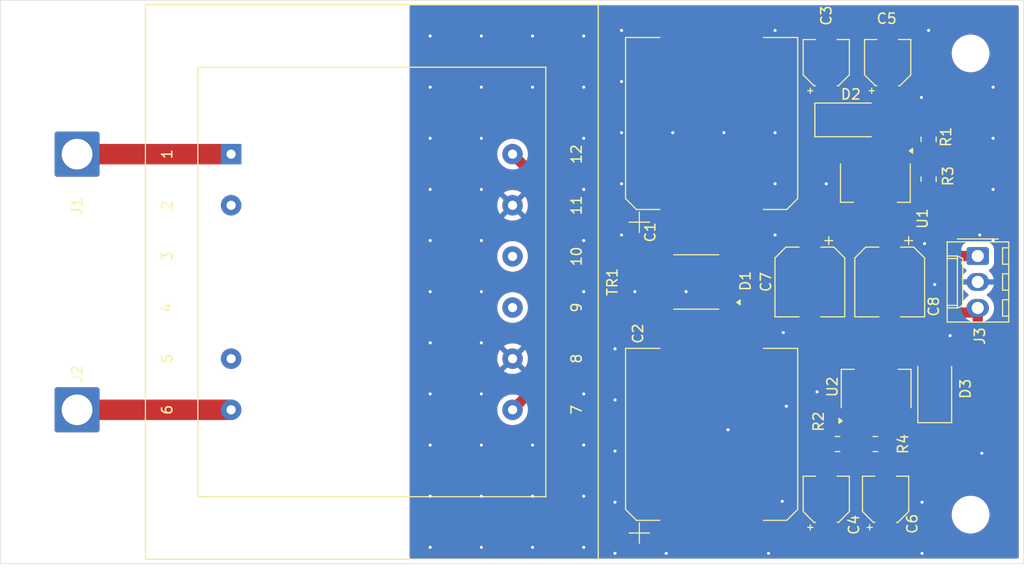
<source format=kicad_pcb>
(kicad_pcb (version 20241229) (generator "pcbnew") (generator_version "9.0")
  (title_block (title "PHONO PREAMP") (date "2025-08-08") (rev "1.0") (company "Chapuzas S.L."))
  (layers (0 "F.Cu" signal) (2 "B.Cu" signal) (13 "F.Paste" user) (15 "B.Paste" user) (5 "F.SilkS" user "F.Silkscreen") (7 "B.SilkS" user "B.Silkscreen") (1 "F.Mask" user) (3 "B.Mask" user) (25 "Edge.Cuts" user))
  (net 0 "")
  (net 1 "Net-(D1-+)")
  (net 2 "GND")
  (net 3 "Net-(D1--)")
  (net 4 "+12V")
  (net 5 "-12V")
  (net 6 "Net-(D1-Pad4)")
  (net 7 "Net-(D1-Pad3)")
  (net 8 "Net-(J1-Pin_1)")
  (net 9 "Net-(J2-Pin_1)")
  (net 10 "Net-(U1-ADJ)")
  (net 11 "Net-(U2-ADJ)")
  (footprint "Capacitor_SMD:CP_Elec_6.3x7.7" (layer "F.Cu") (at 177.8 102.25 -90)
    (property "Reference" "C7" (at 0 4.3 90) (layer "F.SilkS"))
    (property "Value" "100u")
    (fp_line (start -2.345563 3.41) (end 3.41 3.41) (stroke (width 0.12)) (layer "F.SilkS"))
    (fp_line (start 3.41 3.41) (end 3.41 1.06) (stroke (width 0.12)) (layer "F.SilkS"))
    (fp_line (start -3.41 2.345563) (end -2.345563 3.41) (stroke (width 0.12)) (layer "F.SilkS"))
    (fp_line (start -3.41 2.345563) (end -3.41 1.06) (stroke (width 0.12)) (layer "F.SilkS"))
    (fp_line (start -4.4375 -1.8475) (end -3.65 -1.8475) (stroke (width 0.12)) (layer "F.SilkS"))
    (fp_line (start -4.04375 -2.24125) (end -4.04375 -1.45375) (stroke (width 0.12)) (layer "F.SilkS"))
    (fp_line (start -3.41 -2.345563) (end -3.41 -1.06) (stroke (width 0.12)) (layer "F.SilkS"))
    (fp_line (start -3.41 -2.345563) (end -2.345563 -3.41) (stroke (width 0.12)) (layer "F.SilkS"))
    (fp_line (start -2.345563 -3.41) (end 3.41 -3.41) (stroke (width 0.12)) (layer "F.SilkS"))
    (fp_line (start 3.41 -3.41) (end 3.41 -1.06) (stroke (width 0.12)) (layer "F.SilkS"))
    (pad "1" smd roundrect (at -2.7 0 270) (size 3.5 1.6) (layers "F.Cu" "F.Mask" "F.Paste") (roundrect_rratio 0.15625) (net 4 "+12V"))
    (pad "2" smd roundrect (at 2.7 0 270) (size 3.5 1.6) (layers "F.Cu" "F.Mask" "F.Paste") (roundrect_rratio 0.15625) (net 2 "GND"))
  )
  (footprint "Custom_Parts:TSSOP-4_4.4x5mm_P4mm" (layer "F.Cu") (at 166.7 102.25 180)
    (property "Reference" "D1" (at -4.8 0.1 90) (layer "F.SilkS"))
    (property "Value" "MDB6S")
    (fp_line (start 0 2.66) (end 2.2 2.66) (stroke (width 0.12)) (layer "F.SilkS"))
    (fp_line (start 0 2.66) (end -2.2 2.66) (stroke (width 0.12)) (layer "F.SilkS"))
    (fp_line (start 0 -2.66) (end 2.2 -2.66) (stroke (width 0.12)) (layer "F.SilkS"))
    (fp_line (start 0 -2.66) (end -2.2 -2.66) (stroke (width 0.12)) (layer "F.SilkS"))
    (fp_poly (pts (xy -3.96 -2) (xy -4.29 -1.76) (xy -4.29 -2.24)) (stroke (width 0.12)) (fill yes) (layer "F.SilkS"))
    (pad "1" smd roundrect (at -2.9375 -2 180) (size 1.525 0.8) (layers "F.Cu" "F.Mask" "F.Paste") (net 1 "Net-(D1-+)"))
    (pad "2" smd roundrect (at -2.9375 2 180) (size 1.525 0.8) (layers "F.Cu" "F.Mask" "F.Paste") (net 3 "Net-(D1--)"))
    (pad "3" smd roundrect (at 2.9375 2 180) (size 1.525 0.8) (layers "F.Cu" "F.Mask" "F.Paste") (net 7 "Net-(D1-Pad3)"))
    (pad "4" smd roundrect (at 2.9375 -2 180) (size 1.525 0.8) (layers "F.Cu" "F.Mask" "F.Paste") (net 6 "Net-(D1-Pad4)"))
  )
  (footprint "Connector_Molex:Molex_KK-254_AE-6410-03A_1x03_P2.54mm_Vertical" (layer "F.Cu") (at 194.2 99.71 -90)
    (property "Reference" "J3" (at 7.84 -0.2 90) (layer "F.SilkS"))
    (property "Value" "Conn_01x03_Pin")
    (fp_line (start -1.38 2.99) (end 6.46 2.99) (stroke (width 0.12)) (layer "F.SilkS"))
    (fp_line (start 0 2.99) (end 0 1.99) (stroke (width 0.12)) (layer "F.SilkS"))
    (fp_line (start 0.25 2.99) (end 0.25 1.99) (stroke (width 0.12)) (layer "F.SilkS"))
    (fp_line (start 4.83 2.99) (end 4.83 1.99) (stroke (width 0.12)) (layer "F.SilkS"))
    (fp_line (start 6.46 2.99) (end 6.46 -3.03) (stroke (width 0.12)) (layer "F.SilkS"))
    (fp_line (start 0 1.99) (end 5.08 1.99) (stroke (width 0.12)) (layer "F.SilkS"))
    (fp_line (start 0 1.99) (end 0.25 1.46) (stroke (width 0.12)) (layer "F.SilkS"))
    (fp_line (start 5.08 1.99) (end 5.08 2.99) (stroke (width 0.12)) (layer "F.SilkS"))
    (fp_line (start 0.25 1.46) (end 4.83 1.46) (stroke (width 0.12)) (layer "F.SilkS"))
    (fp_line (start 4.83 1.46) (end 5.08 1.99) (stroke (width 0.12)) (layer "F.SilkS"))
    (fp_line (start -1.67 -2) (end -1.67 2) (stroke (width 0.12)) (layer "F.SilkS"))
    (fp_line (start -0.8 -2.43) (end 0.8 -2.43) (stroke (width 0.12)) (layer "F.SilkS"))
    (fp_line (start 0.8 -2.43) (end 0.8 -3.03) (stroke (width 0.12)) (layer "F.SilkS"))
    (fp_line (start 1.74 -2.43) (end 3.34 -2.43) (stroke (width 0.12)) (layer "F.SilkS"))
    (fp_line (start 3.34 -2.43) (end 3.34 -3.03) (stroke (width 0.12)) (layer "F.SilkS"))
    (fp_line (start 4.28 -2.43) (end 5.88 -2.43) (stroke (width 0.12)) (layer "F.SilkS"))
    (fp_line (start 5.88 -2.43) (end 5.88 -3.03) (stroke (width 0.12)) (layer "F.SilkS"))
    (fp_line (start -1.38 -3.03) (end -1.38 2.99) (stroke (width 0.12)) (layer "F.SilkS"))
    (fp_line (start -0.8 -3.03) (end -0.8 -2.43) (stroke (width 0.12)) (layer "F.SilkS"))
    (fp_line (start 1.74 -3.03) (end 1.74 -2.43) (stroke (width 0.12)) (layer "F.SilkS"))
    (fp_line (start 4.28 -3.03) (end 4.28 -2.43) (stroke (width 0.12)) (layer "F.SilkS"))
    (fp_line (start 6.46 -3.03) (end -1.38 -3.03) (stroke (width 0.12)) (layer "F.SilkS"))
    (pad "1" thru_hole roundrect (at 0 0 270) (size 1.74 2.19) (drill 1.19) (layers "*.Cu" "*.Mask") (roundrect_rratio 0.143678) (net 4 "+12V"))
    (pad "2" thru_hole oval (at 2.54 0 270) (size 1.74 2.19) (drill 1.19) (layers "*.Cu" "*.Mask") (net 2 "GND"))
    (pad "3" thru_hole oval (at 5.08 0 270) (size 1.74 2.19) (drill 1.19) (layers "*.Cu" "*.Mask") (net 5 "-12V"))
  )
  (footprint "Capacitor_SMD:CP_Elec_4x5.4" (layer "F.Cu") (at 185.4 80.8 90)
    (property "Reference" "C5" (at 4.3 -0.1 180) (layer "F.SilkS"))
    (property "Value" "2u2")
    (fp_line (start 2.26 -2.26) (end 2.26 -1.06) (stroke (width 0.12)) (layer "F.SilkS"))
    (fp_line (start -1.195563 -2.26) (end 2.26 -2.26) (stroke (width 0.12)) (layer "F.SilkS"))
    (fp_line (start -2.75 -1.81) (end -2.75 -1.31) (stroke (width 0.12)) (layer "F.SilkS"))
    (fp_line (start -3 -1.56) (end -2.5 -1.56) (stroke (width 0.12)) (layer "F.SilkS"))
    (fp_line (start -2.26 -1.195563) (end -1.195563 -2.26) (stroke (width 0.12)) (layer "F.SilkS"))
    (fp_line (start -2.26 -1.195563) (end -2.26 -1.06) (stroke (width 0.12)) (layer "F.SilkS"))
    (fp_line (start -2.26 1.195563) (end -2.26 1.06) (stroke (width 0.12)) (layer "F.SilkS"))
    (fp_line (start -2.26 1.195563) (end -1.195563 2.26) (stroke (width 0.12)) (layer "F.SilkS"))
    (fp_line (start 2.26 2.26) (end 2.26 1.06) (stroke (width 0.12)) (layer "F.SilkS"))
    (fp_line (start -1.195563 2.26) (end 2.26 2.26) (stroke (width 0.12)) (layer "F.SilkS"))
    (pad "1" smd roundrect (at -1.8 0 90) (size 2.6 1.6) (layers "F.Cu" "F.Mask" "F.Paste") (roundrect_rratio 0.15625) (net 4 "+12V"))
    (pad "2" smd roundrect (at 1.8 0 90) (size 2.6 1.6) (layers "F.Cu" "F.Mask" "F.Paste") (roundrect_rratio 0.15625) (net 2 "GND"))
  )
  (footprint "MountingHole:MountingHole_3.2mm_M3" (layer "F.Cu") (at 193.5 125)
    (property "Reference" "H4" (hide yes))
    (property "Value" "MountingHole" (hide yes))
    (pad "" np_thru_hole circle (at 0 0) (size 3.2 3.2) (drill 3.2) (layers "*.Cu" "*.Mask"))
  )
  (footprint "Package_TO_SOT_SMD:SOT-223-3_TabPin2" (layer "F.Cu") (at 184.2 92.55 -90)
    (property "Reference" "U1" (at 3.5 -4.6 90) (layer "F.SilkS"))
    (property "Value" "LM317_SOT-223")
    (fp_line (start -1.85 3.41) (end 1.91 3.41) (stroke (width 0.12)) (layer "F.SilkS"))
    (fp_line (start 1.91 3.41) (end 1.91 2.15) (stroke (width 0.12)) (layer "F.SilkS"))
    (fp_line (start -1.85 -3.41) (end 1.91 -3.41) (stroke (width 0.12)) (layer "F.SilkS"))
    (fp_line (start 1.91 -3.41) (end 1.91 -2.15) (stroke (width 0.12)) (layer "F.SilkS"))
    (fp_poly (pts (xy -3.13 -3.31) (xy -3.37 -3.64) (xy -2.89 -3.64) (xy -3.13 -3.31)) (stroke (width 0.12)) (fill yes) (layer "F.SilkS"))
    (pad "1" smd roundrect (at -3.15 -2.3 270) (size 2 1.5) (layers "F.Cu" "F.Mask" "F.Paste") (net 10 "Net-(U1-ADJ)"))
    (pad "2" smd roundrect (at -3.15 0 270) (size 2 1.5) (layers "F.Cu" "F.Mask" "F.Paste") (net 4 "+12V"))
    (pad "2" smd roundrect (at 3.15 0 270) (size 2 3.8) (layers "F.Cu" "F.Mask" "F.Paste") (net 4 "+12V"))
    (pad "3" smd roundrect (at -3.15 2.3 270) (size 2 1.5) (layers "F.Cu" "F.Mask" "F.Paste") (net 1 "Net-(D1-+)"))
  )
  (footprint "MountingHole:MountingHole_3.2mm_M3" (layer "F.Cu") (at 107.5 125)
    (property "Reference" "H2" (hide yes))
    (property "Value" "MountingHole" (hide yes))
    (pad "" np_thru_hole circle (at 0 0) (size 3.2 3.2) (drill 3.2) (layers "*.Cu" "*.Mask"))
  )
  (footprint "Package_TO_SOT_SMD:SOT-223-3_TabPin2" (layer "F.Cu") (at 184.275 112.7 90)
    (property "Reference" "U2" (at 0.2 -4.275 90) (layer "F.SilkS"))
    (property "Value" "LM337_SOT223")
    (fp_line (start 1.91 -3.41) (end 1.91 -2.15) (stroke (width 0.12)) (layer "F.SilkS"))
    (fp_line (start -1.85 -3.41) (end 1.91 -3.41) (stroke (width 0.12)) (layer "F.SilkS"))
    (fp_line (start 1.91 3.41) (end 1.91 2.15) (stroke (width 0.12)) (layer "F.SilkS"))
    (fp_line (start -1.85 3.41) (end 1.91 3.41) (stroke (width 0.12)) (layer "F.SilkS"))
    (fp_poly (pts (xy -3.13 -3.31) (xy -3.37 -3.64) (xy -2.89 -3.64) (xy -3.13 -3.31)) (stroke (width 0.12)) (fill yes) (layer "F.SilkS"))
    (pad "1" smd roundrect (at -3.15 -2.3 90) (size 2 1.5) (layers "F.Cu" "F.Mask" "F.Paste") (net 11 "Net-(U2-ADJ)"))
    (pad "2" smd roundrect (at -3.15 0 90) (size 2 1.5) (layers "F.Cu" "F.Mask" "F.Paste") (net 3 "Net-(D1--)"))
    (pad "2" smd roundrect (at 3.15 0 90) (size 2 3.8) (layers "F.Cu" "F.Mask" "F.Paste") (net 3 "Net-(D1--)"))
    (pad "3" smd roundrect (at -3.15 2.3 90) (size 2 1.5) (layers "F.Cu" "F.Mask" "F.Paste") (net 5 "-12V"))
  )
  (footprint "Diode_SMD:D_SMA" (layer "F.Cu") (at 181.8 86.4)
    (property "Reference" "D2" (at 0 -2.5 0) (layer "F.SilkS"))
    (property "Value" "SM4001")
    (fp_line (start -3.51 -1.65) (end -3.51 1.65) (stroke (width 0.12)) (layer "F.SilkS"))
    (fp_line (start -3.51 -1.65) (end 2 -1.65) (stroke (width 0.12)) (layer "F.SilkS"))
    (fp_line (start -3.51 1.65) (end 2 1.65) (stroke (width 0.12)) (layer "F.SilkS"))
    (pad "1" smd roundrect (at -2 0) (size 2.5 1.8) (layers "F.Cu" "F.Mask" "F.Paste") (roundrect_rratio 0.1388888889) (net 1 "Net-(D1-+)"))
    (pad "2" smd roundrect (at 2 0) (size 2.5 1.8) (layers "F.Cu" "F.Mask" "F.Paste") (roundrect_rratio 0.1388888889) (net 4 "+12V"))
  )
  (footprint "Capacitor_SMD:CP_Elec_16x17.5" (layer "F.Cu") (at 168.2 86.75 90)
    (property "Reference" "C1" (at -10.6425 -6 90) (layer "F.SilkS"))
    (property "Value" "2200u")
    (fp_line (start 8.41 -8.41) (end 8.41 -5.06) (stroke (width 0.12)) (layer "F.SilkS"))
    (fp_line (start -7.345563 -8.41) (end 8.41 -8.41) (stroke (width 0.12)) (layer "F.SilkS"))
    (fp_line (start -9.65 -8.06) (end -9.65 -6.06) (stroke (width 0.12)) (layer "F.SilkS"))
    (fp_line (start -8.41 -7.345563) (end -7.345563 -8.41) (stroke (width 0.12)) (layer "F.SilkS"))
    (fp_line (start -8.41 -7.345563) (end -8.41 -5.06) (stroke (width 0.12)) (layer "F.SilkS"))
    (fp_line (start -10.65 -7.06) (end -8.65 -7.06) (stroke (width 0.12)) (layer "F.SilkS"))
    (fp_line (start -8.41 7.345563) (end -8.41 5.06) (stroke (width 0.12)) (layer "F.SilkS"))
    (fp_line (start -8.41 7.345563) (end -7.345563 8.41) (stroke (width 0.12)) (layer "F.SilkS"))
    (fp_line (start 8.41 8.41) (end 8.41 5.06) (stroke (width 0.12)) (layer "F.SilkS"))
    (fp_line (start -7.345563 8.41) (end 8.41 8.41) (stroke (width 0.12)) (layer "F.SilkS"))
    (pad "1" smd roundrect (at -6.25 0 90) (size 7.8 9.6) (layers "F.Cu" "F.Mask" "F.Paste") (roundrect_rratio 0.032051) (net 1 "Net-(D1-+)"))
    (pad "2" smd roundrect (at 6.25 0 90) (size 7.8 9.6) (layers "F.Cu" "F.Mask" "F.Paste") (roundrect_rratio 0.032051) (net 2 "GND"))
  )
  (footprint "MountingHole:MountingHole_3.2mm_M3" (layer "F.Cu") (at 107.5 79.9)
    (property "Reference" "H1" (hide yes))
    (property "Value" "MountingHole" (hide yes))
    (pad "" np_thru_hole circle (at 0 0) (size 3.2 3.2) (drill 3.2) (layers "*.Cu" "*.Mask"))
  )
  (footprint "Resistor_SMD:R_0805_2012Metric_Pad1.20x1.40mm_HandSolder" (layer "F.Cu") (at 189.4 92.2 -90)
    (property "Reference" "R3" (at -0.3 -1.9 90) (layer "F.SilkS"))
    (property "Value" "220")
    (fp_line (start -0.227064 0.735) (end 0.227064 0.735) (stroke (width 0.12)) (layer "F.SilkS"))
    (fp_line (start -0.227064 -0.735) (end 0.227064 -0.735) (stroke (width 0.12)) (layer "F.SilkS"))
    (pad "1" smd roundrect (at -1 0 270) (size 1.2 1.4) (layers "F.Cu" "F.Mask" "F.Paste") (roundrect_rratio 0.208333) (net 10 "Net-(U1-ADJ)"))
    (pad "2" smd roundrect (at 1 0 270) (size 1.2 1.4) (layers "F.Cu" "F.Mask" "F.Paste") (roundrect_rratio 0.208333) (net 4 "+12V"))
  )
  (footprint "Resistor_SMD:R_0805_2012Metric_Pad1.20x1.40mm_HandSolder" (layer "F.Cu") (at 189.4 88.3 90)
    (property "Reference" "R1" (at 0.227064 1.7 90) (layer "F.SilkS"))
    (property "Value" "1K91")
    (fp_line (start -0.227064 -0.735) (end 0.227064 -0.735) (stroke (width 0.12)) (layer "F.SilkS"))
    (fp_line (start -0.227064 0.735) (end 0.227064 0.735) (stroke (width 0.12)) (layer "F.SilkS"))
    (pad "1" smd roundrect (at -1 0 90) (size 1.2 1.4) (layers "F.Cu" "F.Mask" "F.Paste") (roundrect_rratio 0.208333) (net 10 "Net-(U1-ADJ)"))
    (pad "2" smd roundrect (at 1 0 90) (size 1.2 1.4) (layers "F.Cu" "F.Mask" "F.Paste") (roundrect_rratio 0.208333) (net 2 "GND"))
  )
  (footprint "MountingHole:MountingHole_3.2mm_M3" (layer "F.Cu") (at 193.5 79.9)
    (property "Reference" "H3" (hide yes))
    (property "Value" "MountingHole" (hide yes))
    (pad "" np_thru_hole circle (at 0 0) (size 3.2 3.2) (drill 3.2) (layers "*.Cu" "*.Mask"))
  )
  (footprint "Capacitor_SMD:CP_Elec_4x5.4" (layer "F.Cu") (at 179.4 80.8 90)
    (property "Reference" "C3" (at 4.6 0 90) (layer "F.SilkS"))
    (property "Value" "2u2")
    (fp_line (start 2.26 -2.26) (end 2.26 -1.06) (stroke (width 0.12)) (layer "F.SilkS"))
    (fp_line (start -1.195563 -2.26) (end 2.26 -2.26) (stroke (width 0.12)) (layer "F.SilkS"))
    (fp_line (start -2.75 -1.81) (end -2.75 -1.31) (stroke (width 0.12)) (layer "F.SilkS"))
    (fp_line (start -3 -1.56) (end -2.5 -1.56) (stroke (width 0.12)) (layer "F.SilkS"))
    (fp_line (start -2.26 -1.195563) (end -1.195563 -2.26) (stroke (width 0.12)) (layer "F.SilkS"))
    (fp_line (start -2.26 -1.195563) (end -2.26 -1.06) (stroke (width 0.12)) (layer "F.SilkS"))
    (fp_line (start -2.26 1.195563) (end -2.26 1.06) (stroke (width 0.12)) (layer "F.SilkS"))
    (fp_line (start -2.26 1.195563) (end -1.195563 2.26) (stroke (width 0.12)) (layer "F.SilkS"))
    (fp_line (start 2.26 2.26) (end 2.26 1.06) (stroke (width 0.12)) (layer "F.SilkS"))
    (fp_line (start -1.195563 2.26) (end 2.26 2.26) (stroke (width 0.12)) (layer "F.SilkS"))
    (pad "1" smd roundrect (at -1.8 0 90) (size 2.6 1.6) (layers "F.Cu" "F.Mask" "F.Paste") (roundrect_rratio 0.15625) (net 1 "Net-(D1-+)"))
    (pad "2" smd roundrect (at 1.8 0 90) (size 2.6 1.6) (layers "F.Cu" "F.Mask" "F.Paste") (roundrect_rratio 0.15625) (net 2 "GND"))
  )
  (footprint "Resistor_SMD:R_0805_2012Metric_Pad1.20x1.40mm_HandSolder" (layer "F.Cu") (at 184.2 118.1)
    (property "Reference" "R4" (at 2.7 0 90) (layer "F.SilkS"))
    (property "Value" "220")
    (fp_line (start -0.227064 -0.735) (end 0.227064 -0.735) (stroke (width 0.12)) (layer "F.SilkS"))
    (fp_line (start -0.227064 0.735) (end 0.227064 0.735) (stroke (width 0.12)) (layer "F.SilkS"))
    (pad "1" smd roundrect (at -1 0) (size 1.2 1.4) (layers "F.Cu" "F.Mask" "F.Paste") (roundrect_rratio 0.208333) (net 11 "Net-(U2-ADJ)"))
    (pad "2" smd roundrect (at 1 0) (size 1.2 1.4) (layers "F.Cu" "F.Mask" "F.Paste") (roundrect_rratio 0.208333) (net 5 "-12V"))
  )
  (footprint "Resistor_SMD:R_0805_2012Metric_Pad1.20x1.40mm_HandSolder" (layer "F.Cu") (at 180.5 118.1)
    (property "Reference" "R2" (at -1.85 -2.2 90) (layer "F.SilkS"))
    (property "Value" "1K91")
    (fp_line (start -0.227064 -0.735) (end 0.227064 -0.735) (stroke (width 0.12)) (layer "F.SilkS"))
    (fp_line (start -0.227064 0.735) (end 0.227064 0.735) (stroke (width 0.12)) (layer "F.SilkS"))
    (pad "1" smd roundrect (at -1 0) (size 1.2 1.4) (layers "F.Cu" "F.Mask" "F.Paste") (roundrect_rratio 0.208333) (net 2 "GND"))
    (pad "2" smd roundrect (at 1 0) (size 1.2 1.4) (layers "F.Cu" "F.Mask" "F.Paste") (roundrect_rratio 0.208333) (net 11 "Net-(U2-ADJ)"))
  )
  (footprint "Connector_Wire:SolderWire-2.5sqmm_1x01_D2.4mm_OD4.4mm" (layer "F.Cu") (at 106.2 114.75)
    (property "Reference" "J2" (at 0 -3.5 90) (layer "F.SilkS"))
    (property "Value" "Conn_01x01_Socket")
    (pad "1" thru_hole roundrect (at 0 0) (size 4.4 4.4) (drill 3) (layers "*.Cu" "*.Mask") (roundrect_rratio 0.056818) (net 9 "Net-(J2-Pin_1)"))
  )
  (footprint "Diode_SMD:D_SMA" (layer "F.Cu") (at 190 112.5 90)
    (property "Reference" "D3" (at -0.2 3 90) (layer "F.SilkS"))
    (property "Value" "SM4001")
    (fp_line (start -3.51 -1.65) (end 2 -1.65) (stroke (width 0.12)) (layer "F.SilkS"))
    (fp_line (start -3.51 -1.65) (end -3.51 1.65) (stroke (width 0.12)) (layer "F.SilkS"))
    (fp_line (start -3.51 1.65) (end 2 1.65) (stroke (width 0.12)) (layer "F.SilkS"))
    (pad "1" smd roundrect (at -2 0 90) (size 2.5 1.8) (layers "F.Cu" "F.Mask" "F.Paste") (roundrect_rratio 0.1388888889) (net 5 "-12V"))
    (pad "2" smd roundrect (at 2 0 90) (size 2.5 1.8) (layers "F.Cu" "F.Mask" "F.Paste") (roundrect_rratio 0.1388888889) (net 3 "Net-(D1--)"))
  )
  (footprint "Connector_Wire:SolderWire-2.5sqmm_1x01_D2.4mm_OD4.4mm" (layer "F.Cu") (at 106.2 89.75)
    (property "Reference" "J1" (at 0 5.1 90) (layer "F.SilkS"))
    (property "Value" "Conn_01x01_Socket")
    (pad "1" thru_hole roundrect (at 0 0) (size 4.4 4.4) (drill 3) (layers "*.Cu" "*.Mask") (roundrect_rratio 0.056818) (net 8 "Net-(J1-Pin_1)"))
  )
  (footprint "Capacitor_SMD:CP_Elec_4x5.4" (layer "F.Cu") (at 185.2 123.5 90)
    (property "Reference" "C6" (at -2.4 2.6 270) (layer "F.SilkS"))
    (property "Value" "2u2")
    (fp_line (start 2.26 -2.26) (end 2.26 -1.06) (stroke (width 0.12)) (layer "F.SilkS"))
    (fp_line (start -1.195563 -2.26) (end 2.26 -2.26) (stroke (width 0.12)) (layer "F.SilkS"))
    (fp_line (start -2.75 -1.81) (end -2.75 -1.31) (stroke (width 0.12)) (layer "F.SilkS"))
    (fp_line (start -3 -1.56) (end -2.5 -1.56) (stroke (width 0.12)) (layer "F.SilkS"))
    (fp_line (start -2.26 -1.195563) (end -1.195563 -2.26) (stroke (width 0.12)) (layer "F.SilkS"))
    (fp_line (start -2.26 -1.195563) (end -2.26 -1.06) (stroke (width 0.12)) (layer "F.SilkS"))
    (fp_line (start -2.26 1.195563) (end -2.26 1.06) (stroke (width 0.12)) (layer "F.SilkS"))
    (fp_line (start -2.26 1.195563) (end -1.195563 2.26) (stroke (width 0.12)) (layer "F.SilkS"))
    (fp_line (start 2.26 2.26) (end 2.26 1.06) (stroke (width 0.12)) (layer "F.SilkS"))
    (fp_line (start -1.195563 2.26) (end 2.26 2.26) (stroke (width 0.12)) (layer "F.SilkS"))
    (pad "1" smd roundrect (at -1.8 0 90) (size 2.6 1.6) (layers "F.Cu" "F.Mask" "F.Paste") (roundrect_rratio 0.15625) (net 2 "GND"))
    (pad "2" smd roundrect (at 1.8 0 90) (size 2.6 1.6) (layers "F.Cu" "F.Mask" "F.Paste") (roundrect_rratio 0.15625) (net 5 "-12V"))
  )
  (footprint "Capacitor_SMD:CP_Elec_6.3x7.7" (layer "F.Cu") (at 185.6 102.25 -90)
    (property "Reference" "C8" (at 2.4 -4.3 90) (layer "F.SilkS"))
    (property "Value" "100u")
    (fp_line (start -2.345563 3.41) (end 3.41 3.41) (stroke (width 0.12)) (layer "F.SilkS"))
    (fp_line (start 3.41 3.41) (end 3.41 1.06) (stroke (width 0.12)) (layer "F.SilkS"))
    (fp_line (start -3.41 2.345563) (end -2.345563 3.41) (stroke (width 0.12)) (layer "F.SilkS"))
    (fp_line (start -3.41 2.345563) (end -3.41 1.06) (stroke (width 0.12)) (layer "F.SilkS"))
    (fp_line (start -4.4375 -1.8475) (end -3.65 -1.8475) (stroke (width 0.12)) (layer "F.SilkS"))
    (fp_line (start -4.04375 -2.24125) (end -4.04375 -1.45375) (stroke (width 0.12)) (layer "F.SilkS"))
    (fp_line (start -3.41 -2.345563) (end -3.41 -1.06) (stroke (width 0.12)) (layer "F.SilkS"))
    (fp_line (start -3.41 -2.345563) (end -2.345563 -3.41) (stroke (width 0.12)) (layer "F.SilkS"))
    (fp_line (start -2.345563 -3.41) (end 3.41 -3.41) (stroke (width 0.12)) (layer "F.SilkS"))
    (fp_line (start 3.41 -3.41) (end 3.41 -1.06) (stroke (width 0.12)) (layer "F.SilkS"))
    (pad "1" smd roundrect (at -2.7 0 270) (size 3.5 1.6) (layers "F.Cu" "F.Mask" "F.Paste") (roundrect_rratio 0.15625) (net 2 "GND"))
    (pad "2" smd roundrect (at 2.7 0 270) (size 3.5 1.6) (layers "F.Cu" "F.Mask" "F.Paste") (roundrect_rratio 0.15625) (net 5 "-12V"))
  )
  (footprint "Capacitor_SMD:CP_Elec_16x17.5" (layer "F.Cu") (at 168.2 117.15 90)
    (property "Reference" "C2" (at 9.85 -7.2 90) (layer "F.SilkS"))
    (property "Value" "2200u")
    (fp_line (start 8.41 -8.41) (end 8.41 -5.06) (stroke (width 0.12)) (layer "F.SilkS"))
    (fp_line (start -7.345563 -8.41) (end 8.41 -8.41) (stroke (width 0.12)) (layer "F.SilkS"))
    (fp_line (start -9.65 -8.06) (end -9.65 -6.06) (stroke (width 0.12)) (layer "F.SilkS"))
    (fp_line (start -8.41 -7.345563) (end -7.345563 -8.41) (stroke (width 0.12)) (layer "F.SilkS"))
    (fp_line (start -8.41 -7.345563) (end -8.41 -5.06) (stroke (width 0.12)) (layer "F.SilkS"))
    (fp_line (start -10.65 -7.06) (end -8.65 -7.06) (stroke (width 0.12)) (layer "F.SilkS"))
    (fp_line (start -8.41 7.345563) (end -8.41 5.06) (stroke (width 0.12)) (layer "F.SilkS"))
    (fp_line (start -8.41 7.345563) (end -7.345563 8.41) (stroke (width 0.12)) (layer "F.SilkS"))
    (fp_line (start 8.41 8.41) (end 8.41 5.06) (stroke (width 0.12)) (layer "F.SilkS"))
    (fp_line (start -7.345563 8.41) (end 8.41 8.41) (stroke (width 0.12)) (layer "F.SilkS"))
    (pad "1" smd roundrect (at -6.25 0 90) (size 7.8 9.6) (layers "F.Cu" "F.Mask" "F.Paste") (roundrect_rratio 0.032051) (net 2 "GND"))
    (pad "2" smd roundrect (at 6.25 0 90) (size 7.8 9.6) (layers "F.Cu" "F.Mask" "F.Paste") (roundrect_rratio 0.032051) (net 3 "Net-(D1--)"))
  )
  (footprint "Transformer_THT:Transformer_Breve_TEZ-44x52" (layer "F.Cu") (at 121.25 89.75 -90)
    (property "Reference" "TR1" (at 12.5 -37.25 90) (layer "F.SilkS"))
    (property "Value" "TEZ10.0-D-2")
    (fp_line (start 39.62 8.37) (end -14.62 8.37) (stroke (width 0.12)) (layer "F.SilkS"))
    (fp_line (start 39.62 8.37) (end 39.62 -35.87) (stroke (width 0.12)) (layer "F.SilkS"))
    (fp_line (start -8.5 3.25) (end -8.5 -30.75) (stroke (width 0.12)) (layer "F.SilkS"))
    (fp_line (start 33.5 3.25) (end -8.5 3.25) (stroke (width 0.12)) (layer "F.SilkS"))
    (fp_line (start -8.5 -30.75) (end 33.5 -30.75) (stroke (width 0.12)) (layer "F.SilkS"))
    (fp_line (start 33.5 -30.75) (end 33.5 3.25) (stroke (width 0.12)) (layer "F.SilkS"))
    (fp_line (start -14.62 -35.87) (end -14.62 8.37) (stroke (width 0.12)) (layer "F.SilkS"))
    (fp_line (start -14.62 -35.87) (end 39.62 -35.87) (stroke (width 0.12)) (layer "F.SilkS"))
    (fp_text user "4" (at 15 6.25 90) (layer "F.SilkS"))
    (fp_text user "7" (at 25 -33.75 90) (layer "F.SilkS"))
    (fp_text user "6" (at 25 6.25 90) (layer "F.SilkS"))
    (fp_text user "2" (at 5 6.25 90) (layer "F.SilkS"))
    (fp_text user "9" (at 15 -33.75 90) (layer "F.SilkS"))
    (fp_text user "11" (at 5 -33.75 90) (layer "F.SilkS"))
    (fp_text user "12" (at 0 -33.75 90) (layer "F.SilkS"))
    (fp_text user "5" (at 20 6.25 90) (layer "F.SilkS"))
    (fp_text user "10" (at 10 -33.75 90) (layer "F.SilkS"))
    (fp_text user "3" (at 10 6.25 90) (layer "F.SilkS"))
    (fp_text user "1" (at 0 6.25 90) (layer "F.SilkS"))
    (fp_text user "8" (at 20 -33.75 90) (layer "F.SilkS"))
    (pad "1" thru_hole rect (at 0 0 270) (size 2 2) (drill 0.9) (layers "*.Cu" "*.Mask") (net 8 "Net-(J1-Pin_1)"))
    (pad "2" thru_hole circle (at 5 0 270) (size 2 2) (drill 0.9) (layers "*.Cu" "*.Mask"))
    (pad "5" thru_hole circle (at 20 0 270) (size 2 2) (drill 0.9) (layers "*.Cu" "*.Mask"))
    (pad "6" thru_hole circle (at 25 0 270) (size 2 2) (drill 0.9) (layers "*.Cu" "*.Mask") (net 9 "Net-(J2-Pin_1)"))
    (pad "7" thru_hole circle (at 25 -27.5 270) (size 2 2) (drill 0.9) (layers "*.Cu" "*.Mask") (net 6 "Net-(D1-Pad4)"))
    (pad "8" thru_hole circle (at 20 -27.5 270) (size 2 2) (drill 0.9) (layers "*.Cu" "*.Mask") (net 2 "GND"))
    (pad "9" thru_hole circle (at 15 -27.5 270) (size 2 2) (drill 0.9) (layers "*.Cu" "*.Mask"))
    (pad "10" thru_hole circle (at 10 -27.5 270) (size 2 2) (drill 0.9) (layers "*.Cu" "*.Mask"))
    (pad "11" thru_hole circle (at 5 -27.5 270) (size 2 2) (drill 0.9) (layers "*.Cu" "*.Mask") (net 2 "GND"))
    (pad "12" thru_hole circle (at 0 -27.5 270) (size 2 2) (drill 0.9) (layers "*.Cu" "*.Mask") (net 7 "Net-(D1-Pad3)"))
  )
  (footprint "Capacitor_SMD:CP_Elec_4x5.4" (layer "F.Cu") (at 179.4 123.5 90)
    (property "Reference" "C4" (at -2.5 2.7 270) (layer "F.SilkS"))
    (property "Value" "2u2")
    (fp_line (start 2.26 -2.26) (end 2.26 -1.06) (stroke (width 0.12)) (layer "F.SilkS"))
    (fp_line (start -1.195563 -2.26) (end 2.26 -2.26) (stroke (width 0.12)) (layer "F.SilkS"))
    (fp_line (start -2.75 -1.81) (end -2.75 -1.31) (stroke (width 0.12)) (layer "F.SilkS"))
    (fp_line (start -3 -1.56) (end -2.5 -1.56) (stroke (width 0.12)) (layer "F.SilkS"))
    (fp_line (start -2.26 -1.195563) (end -1.195563 -2.26) (stroke (width 0.12)) (layer "F.SilkS"))
    (fp_line (start -2.26 -1.195563) (end -2.26 -1.06) (stroke (width 0.12)) (layer "F.SilkS"))
    (fp_line (start -2.26 1.195563) (end -2.26 1.06) (stroke (width 0.12)) (layer "F.SilkS"))
    (fp_line (start -2.26 1.195563) (end -1.195563 2.26) (stroke (width 0.12)) (layer "F.SilkS"))
    (fp_line (start 2.26 2.26) (end 2.26 1.06) (stroke (width 0.12)) (layer "F.SilkS"))
    (fp_line (start -1.195563 2.26) (end 2.26 2.26) (stroke (width 0.12)) (layer "F.SilkS"))
    (pad "1" smd roundrect (at -1.8 0 90) (size 2.6 1.6) (layers "F.Cu" "F.Mask" "F.Paste") (roundrect_rratio 0.15625) (net 2 "GND"))
    (pad "2" smd roundrect (at 1.8 0 90) (size 2.6 1.6) (layers "F.Cu" "F.Mask" "F.Paste") (roundrect_rratio 0.15625) (net 3 "Net-(D1--)"))
  )
  (gr_rect (start 98.7 74.7) (end 198.7 129.8) (stroke (width 0.05)) (fill no) (layer "Edge.Cuts"))
  (segment (start 177.699 88.651) (end 173.4565 88.651) (width 1) (layer "F.Cu") (net 1))
  (segment (start 168.174 102.7865) (end 169.6375 104.25) (width 1) (layer "F.Cu") (net 1))
  (segment (start 173.4565 88.651) (end 168.174 93.9335) (width 1) (layer "F.Cu") (net 1))
  (segment (start 179.4 83.45) (end 179.4 86.95) (width 1) (layer "F.Cu") (net 1))
  (segment (start 168.174 93.9335) (end 168.174 102.7865) (width 1) (layer "F.Cu") (net 1))
  (segment (start 179.4 86.95) (end 181.9 89.45) (width 1) (layer "F.Cu") (net 1))
  (segment (start 179.4 86.95) (end 177.699 88.651) (width 1) (layer "F.Cu") (net 1))
  (segment (start 167.7 123.1) (end 167.7625 123.0375) (width 1) (layer "F.Cu") (net 2))
  (via (at 159.4 77.65) (size 0.6) (drill 0.3) (layers "F.Cu" "B.Cu") (net 2))
  (via (at 155.7 98.2) (size 0.6) (drill 0.3) (layers "F.Cu" "B.Cu") (net 2))
  (via (at 140.7 88.2) (size 0.6) (drill 0.3) (layers "F.Cu" "B.Cu") (net 2))
  (via (at 194.4 97.65) (size 0.6) (drill 0.3) (layers "F.Cu" "B.Cu") (net 2))
  (via (at 173.7625 128.7875) (size 0.6) (drill 0.3) (layers "F.Cu" "B.Cu") (net 2))
  (via (at 140.7 128.2) (size 0.6) (drill 0.3) (layers "F.Cu" "B.Cu") (net 2))
  (via (at 145.7 128.2) (size 0.6) (drill 0.3) (layers "F.Cu" "B.Cu") (net 2))
  (via (at 195.7 83.2) (size 0.6) (drill 0.3) (layers "F.Cu" "B.Cu") (net 2))
  (via (at 175.5 114.4) (size 0.6) (drill 0.3) (layers "F.Cu" "B.Cu") (net 2))
  (via (at 140.7 113.2) (size 0.6) (drill 0.3) (layers "F.Cu" "B.Cu") (net 2))
  (via (at 174.4 92.65) (size 0.6) (drill 0.3) (layers "F.Cu" "B.Cu") (net 2))
  (via (at 158.7625 113.7875) (size 0.6) (drill 0.3) (layers "F.Cu" "B.Cu") (net 2))
  (via (at 155.7 123.2) (size 0.6) (drill 0.3) (layers "F.Cu" "B.Cu") (net 2))
  (via (at 145.7 98.2) (size 0.6) (drill 0.3) (layers "F.Cu" "B.Cu") (net 2))
  (via (at 150.7 128.2) (size 0.6) (drill 0.3) (layers "F.Cu" "B.Cu") (net 2))
  (via (at 188.7625 128.7875) (size 0.6) (drill 0.3) (layers "F.Cu" "B.Cu") (net 2))
  (via (at 155.7 113.2) (size 0.6) (drill 0.3) (layers "F.Cu" "B.Cu") (net 2))
  (via (at 195.7 88.2) (size 0.6) (drill 0.3) (layers "F.Cu" "B.Cu") (net 2))
  (via (at 155.7 93.2) (size 0.6) (drill 0.3) (layers "F.Cu" "B.Cu") (net 2))
  (via (at 175.1 123.7) (size 0.6) (drill 0.3) (layers "F.Cu" "B.Cu") (net 2))
  (via (at 145.7 118.2) (size 0.6) (drill 0.3) (layers "F.Cu" "B.Cu") (net 2))
  (via (at 158.7625 128.7875) (size 0.6) (drill 0.3) (layers "F.Cu" "B.Cu") (net 2))
  (via (at 164.4 87.65) (size 0.6) (drill 0.3) (layers "F.Cu" "B.Cu") (net 2))
  (via (at 160.7 103.2) (size 0.6) (drill 0.3) (layers "F.Cu" "B.Cu") (net 2))
  (via (at 140.7 83.2) (size 0.6) (drill 0.3) (layers "F.Cu" "B.Cu") (net 2))
  (via (at 145.7 113.2) (size 0.6) (drill 0.3) (layers "F.Cu" "B.Cu") (net 2))
  (via (at 189.4 77.65) (size 0.6) (drill 0.3) (layers "F.Cu" "B.Cu") (net 2))
  (via (at 145.7 123.2) (size 0.6) (drill 0.3) (layers "F.Cu" "B.Cu") (net 2))
  (via (at 189 98.5) (size 0.6) (drill 0.3) (layers "F.Cu" "B.Cu") (net 2))
  (via (at 195.7 93.2) (size 0.6) (drill 0.3) (layers "F.Cu" "B.Cu") (net 2))
  (via (at 195.7 98.2) (size 0.6) (drill 0.3) (layers "F.Cu" "B.Cu") (net 2))
  (via (at 159.4 92.65) (size 0.6) (drill 0.3) (layers "F.Cu" "B.Cu") (net 2))
  (via (at 140.7 103.2) (size 0.6) (drill 0.3) (layers "F.Cu" "B.Cu") (net 2))
  (via (at 169.4 87.65) (size 0.6) (drill 0.3) (layers "F.Cu" "B.Cu") (net 2))
  (via (at 145.7 88.2) (size 0.6) (drill 0.3) (layers "F.Cu" "B.Cu") (net 2))
  (via (at 191.5 107.5) (size 0.6) (drill 0.3) (layers "F.Cu" "B.Cu") (net 2))
  (via (at 155.7 88.2) (size 0.6) (drill 0.3) (layers "F.Cu" "B.Cu") (net 2))
  (via (at 165.7 103.2) (size 0.6) (drill 0.3) (layers "F.Cu" "B.Cu") (net 2))
  (via (at 140.7 98.2) (size 0.6) (drill 0.3) (layers "F.Cu" "B.Cu") (net 2))
  (via (at 145.7 103.2) (size 0.6) (drill 0.3) (layers "F.Cu" "B.Cu") (net 2))
  (via (at 159.4 82.65) (size 0.6) (drill 0.3) (layers "F.Cu" "B.Cu") (net 2))
  (via (at 140.7 78.2) (size 0.6) (drill 0.3) (layers "F.Cu" "B.Cu") (net 2))
  (via (at 158.7625 118.7875) (size 0.6) (drill 0.3) (layers "F.Cu" "B.Cu") (net 2))
  (via (at 163.7625 128.7875) (size 0.6) (drill 0.3) (layers "F.Cu" "B.Cu") (net 2))
  (via (at 155.7 103.2) (size 0.6) (drill 0.3) (layers "F.Cu" "B.Cu") (net 2))
  (via (at 140.7 118.2) (size 0.6) (drill 0.3) (layers "F.Cu" "B.Cu") (net 2))
  (via (at 155.7 118.2) (size 0.6) (drill 0.3) (layers "F.Cu" "B.Cu") (net 2))
  (via (at 158.7625 108.7875) (size 0.6) (drill 0.3) (layers "F.Cu" "B.Cu") (net 2))
  (via (at 145.7 108.2) (size 0.6) (drill 0.3) (layers "F.Cu" "B.Cu") (net 2))
  (via (at 150.7 83.2) (size 0.6) (drill 0.3) (layers "F.Cu" "B.Cu") (net 2))
  (via (at 145.7 78.2) (size 0.6) (drill 0.3) (layers "F.Cu" "B.Cu") (net 2))
  (via (at 194.6 119) (size 0.6) (drill 0.3) (layers "F.Cu" "B.Cu") (net 2))
  (via (at 159.4 87.65) (size 0.6) (drill 0.3) (layers "F.Cu" "B.Cu") (net 2))
  (via (at 150.7 118.2) (size 0.6) (drill 0.3) (layers "F.Cu" "B.Cu") (net 2))
  (via (at 178.5 113) (size 0.6) (drill 0.3) (layers "F.Cu" "B.Cu") (net 2))
  (via (at 174.4 87.65) (size 0.6) (drill 0.3) (layers "F.Cu" "B.Cu") (net 2))
  (via (at 145.7 83.2) (size 0.6) (drill 0.3) (layers "F.Cu" "B.Cu") (net 2))
  (via (at 159.4 97.65) (size 0.6) (drill 0.3) (layers "F.Cu" "B.Cu") (net 2))
  (via (at 140.7 108.2) (size 0.6) (drill 0.3) (layers "F.Cu" "B.Cu") (net 2))
  (via (at 174.4 77.65) (size 0.6) (drill 0.3) (layers "F.Cu" "B.Cu") (net 2))
  (via (at 169.8 116.7) (size 0.6) (drill 0.3) (layers "F.Cu" "B.Cu") (net 2))
  (via (at 140.7 93.2) (size 0.6) (drill 0.3) (layers "F.Cu" "B.Cu") (net 2))
  (via (at 179.4 92.65) (size 0.6) (drill 0.3) (layers "F.Cu" "B.Cu") (net 2))
  (via (at 145.7 93.2) (size 0.6) (drill 0.3) (layers "F.Cu" "B.Cu") (net 2))
  (via (at 155.7 78.2) (size 0.6) (drill 0.3) (layers "F.Cu" "B.Cu") (net 2))
  (via (at 158.7625 123.7875) (size 0.6) (drill 0.3) (layers "F.Cu" "B.Cu") (net 2))
  (via (at 174.4 97.65) (size 0.6) (drill 0.3) (layers "F.Cu" "B.Cu") (net 2))
  (via (at 150.7 123.2) (size 0.6) (drill 0.3) (layers "F.Cu" "B.Cu") (net 2))
  (via (at 190 102.5) (size 0.6) (drill 0.3) (layers "F.Cu" "B.Cu") (net 2))
  (via (at 188.7625 123.7875) (size 0.6) (drill 0.3) (layers "F.Cu" "B.Cu") (net 2))
  (via (at 155.7 128.2) (size 0.6) (drill 0.3) (layers "F.Cu" "B.Cu") (net 2))
  (via (at 150.7 78.2) (size 0.6) (drill 0.3) (layers "F.Cu" "B.Cu") (net 2))
  (via (at 175.2 107.2) (size 0.6) (drill 0.3) (layers "F.Cu" "B.Cu") (net 2))
  (via (at 140.7 123.2) (size 0.6) (drill 0.3) (layers "F.Cu" "B.Cu") (net 2))
  (via (at 188.7 84.2) (size 0.6) (drill 0.3) (layers "F.Cu" "B.Cu") (net 2))
  (via (at 155.7 83.2) (size 0.6) (drill 0.3) (layers "F.Cu" "B.Cu") (net 2))
  (segment (start 187.55 109.55) (end 188.5 110.5) (width 1) (layer "F.Cu") (net 3))
  (segment (start 179.4 121.6375) (end 168.3 110.5375) (width 1) (layer "F.Cu") (net 3))
  (segment (start 179.4 121.9) (end 179.4 121.6375) (width 1) (layer "F.Cu") (net 3))
  (segment (start 167.7625 110.5375) (end 171.301 106.999) (width 1) (layer "F.Cu") (net 3))
  (segment (start 171.301 106.999) (end 171.301 101.9135) (width 1) (layer "F.Cu") (net 3))
  (segment (start 184.275 115.85) (end 184.275 109.55) (width 1) (layer "F.Cu") (net 3))
  (segment (start 169.2875 109.55) (end 168.3 110.5375) (width 1) (layer "F.Cu") (net 3))
  (segment (start 184.275 109.55) (end 187.55 109.55) (width 1) (layer "F.Cu") (net 3))
  (segment (start 171.301 101.9135) (end 169.6375 100.25) (width 1) (layer "F.Cu") (net 3))
  (segment (start 184.275 109.55) (end 169.2875 109.55) (width 1) (layer "F.Cu") (net 3))
  (segment (start 188.5 110.5) (end 190 110.5) (width 1) (layer "F.Cu") (net 3))
  (segment (start 184.2 95.75) (end 184.2 89.45) (width 1) (layer "F.Cu") (net 4))
  (segment (start 177.8 100) (end 182.1 95.7) (width 1) (layer "F.Cu") (net 4))
  (segment (start 182.1 95.7) (end 184.2 95.7) (width 1) (layer "F.Cu") (net 4))
  (segment (start 189.4 93.2) (end 189.4 94.75) (width 1) (layer "F.Cu") (net 4))
  (segment (start 192.46 99.71) (end 194.2 99.71) (width 1) (layer "F.Cu") (net 4))
  (segment (start 184.4 86.2) (end 184.4 84.25) (width 1) (layer "F.Cu") (net 4))
  (segment (start 184.2 89.45) (end 184.2 86.4) (width 1) (layer "F.Cu") (net 4))
  (segment (start 184.2 95.7) (end 188.45 95.7) (width 1) (layer "F.Cu") (net 4))
  (segment (start 184.4 84.25) (end 185.4 83.25) (width 1) (layer "F.Cu") (net 4))
  (segment (start 189.4 94.75) (end 188.45 95.7) (width 1) (layer "F.Cu") (net 4))
  (segment (start 184.2 86.4) (end 184.4 86.2) (width 1) (layer "F.Cu") (net 4))
  (segment (start 188.45 95.7) (end 192.46 99.71) (width 1) (layer "F.Cu") (net 4))
  (segment (start 185.2 121.9) (end 185.2 118.1) (width 1) (layer "F.Cu") (net 5))
  (segment (start 186.575 115.85) (end 189.55 115.85) (width 1) (layer "F.Cu") (net 5))
  (segment (start 186.6 117.1) (end 185.6 118.1) (width 1) (layer "F.Cu") (net 5))
  (segment (start 194.2 111.2) (end 194.2 105.24) (width 1) (layer "F.Cu") (net 5))
  (segment (start 186.575 115.85) (end 186.6 115.875) (width 1) (layer "F.Cu") (net 5))
  (segment (start 194.2 105.24) (end 185.76 105.24) (width 1) (layer "F.Cu") (net 5))
  (segment (start 193.7 111.7) (end 194.2 111.2) (width 1) (layer "F.Cu") (net 5))
  (segment (start 186.6 115.875) (end 186.6 117.1) (width 1) (layer "F.Cu") (net 5))
  (segment (start 185.6 118.1) (end 185.2 118.1) (width 1) (layer "F.Cu") (net 5))
  (segment (start 189.55 115.85) (end 193.7 111.7) (width 1) (layer "F.Cu") (net 5))
  (segment (start 163.7625 104.25) (end 159.25 104.25) (width 1) (layer "F.Cu") (net 6))
  (segment (start 159.25 104.25) (end 148.75 114.75) (width 1) (layer "F.Cu") (net 6))
  (segment (start 163.7625 100.25) (end 159.25 100.25) (width 1) (layer "F.Cu") (net 7))
  (segment (start 159.25 100.25) (end 148.75 89.75) (width 1) (layer "F.Cu") (net 7))
  (segment (start 106.2 89.75) (end 121.25 89.75) (width 2) (layer "F.Cu") (net 8))
  (segment (start 106.2 114.75) (end 121.25 114.75) (width 2) (layer "F.Cu") (net 9))
  (segment (start 186.5 89.45) (end 187.7 89.45) (width 1) (layer "F.Cu") (net 10))
  (segment (start 189.3 89.4) (end 189.4 89.3) (width 1) (layer "F.Cu") (net 10))
  (segment (start 189.4 89.3) (end 189.4 91.2) (width 1) (layer "F.Cu") (net 10))
  (segment (start 186.5 89.4) (end 189.3 89.4) (width 1) (layer "F.Cu") (net 10))
  (segment (start 187.7 89.45) (end 189.4 91.15) (width 1) (layer "F.Cu") (net 10))
  (segment (start 181.975 117.625) (end 181.975 115.85) (width 1) (layer "F.Cu") (net 11))
  (segment (start 183.2 118.1) (end 181.5 118.1) (width 1) (layer "F.Cu") (net 11))
  (segment (start 181.5 118.1) (end 181.975 117.625) (width 1) (layer "F.Cu") (net 11))
  (segment (start 181.975 116.875) (end 183.2 118.1) (width 1) (layer "F.Cu") (net 11))
  (segment (start 181.975 115.85) (end 181.975 116.875) (width 1) (layer "F.Cu") (net 11))
  (zone (net 2) (net_name "GND") (layers "F.Cu" "B.Cu") (priority 2) (connect_pads (clearance 0.5)) (min_thickness 0.25) (fill yes (thermal_gap 0.5) (thermal_bridge_width 0.5))
    (polygon (pts (xy 138.7 129.8) (xy 198.7 129.8) (xy 198.7 74.7) (xy 138.7 74.7)))
  )
)
</source>
